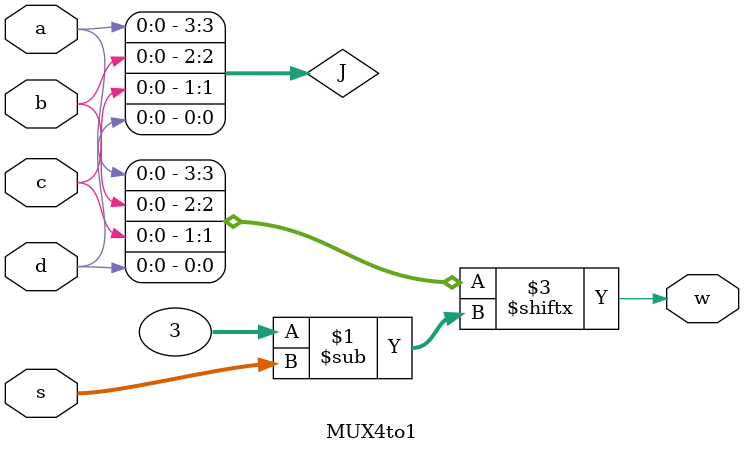
<source format=sv>
  `timescale 1ns/1ns
module MUX4to1(input a,b,c,d,input[1:0] s,output w);
  wire [0:3] J;
  assign J={a,b,c,d};
  assign #(41,44) w=J[s];
endmodule

</source>
